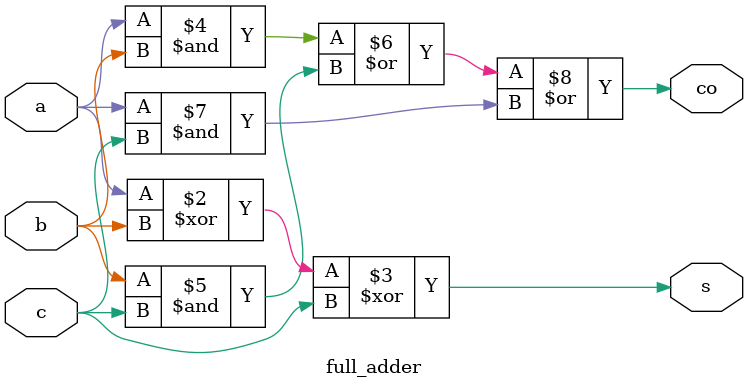
<source format=v>
`timescale 1ps/1ps

module full_adder (
    output reg s,co,
    input a,b,c
);
    always @(*) begin
       s = a^b^c;
       co = (a&b)|(b&c)|(a&c);
    end
endmodule
</source>
